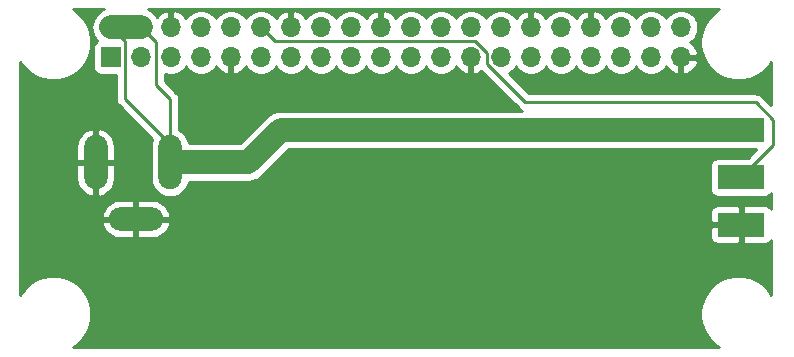
<source format=gtl>
G04 #@! TF.GenerationSoftware,KiCad,Pcbnew,(5.1.10)-1*
G04 #@! TF.CreationDate,2021-09-06T14:57:21-05:00*
G04 #@! TF.ProjectId,RGBHat,52474248-6174-42e6-9b69-6361645f7063,1.0*
G04 #@! TF.SameCoordinates,Original*
G04 #@! TF.FileFunction,Copper,L1,Top*
G04 #@! TF.FilePolarity,Positive*
%FSLAX46Y46*%
G04 Gerber Fmt 4.6, Leading zero omitted, Abs format (unit mm)*
G04 Created by KiCad (PCBNEW (5.1.10)-1) date 2021-09-06 14:57:21*
%MOMM*%
%LPD*%
G01*
G04 APERTURE LIST*
G04 #@! TA.AperFunction,ComponentPad*
%ADD10O,4.600000X2.000000*%
G04 #@! TD*
G04 #@! TA.AperFunction,ComponentPad*
%ADD11O,2.000000X4.600000*%
G04 #@! TD*
G04 #@! TA.AperFunction,SMDPad,CuDef*
%ADD12R,4.000000X2.000000*%
G04 #@! TD*
G04 #@! TA.AperFunction,ComponentPad*
%ADD13R,1.700000X1.700000*%
G04 #@! TD*
G04 #@! TA.AperFunction,ComponentPad*
%ADD14O,1.700000X1.700000*%
G04 #@! TD*
G04 #@! TA.AperFunction,Conductor*
%ADD15C,2.000000*%
G04 #@! TD*
G04 #@! TA.AperFunction,Conductor*
%ADD16C,0.250000*%
G04 #@! TD*
G04 #@! TA.AperFunction,Conductor*
%ADD17C,0.254000*%
G04 #@! TD*
G04 #@! TA.AperFunction,Conductor*
%ADD18C,0.100000*%
G04 #@! TD*
G04 APERTURE END LIST*
D10*
X128022000Y-109528000D03*
D11*
X124622000Y-104728000D03*
X130922000Y-104728000D03*
D12*
X179262000Y-105998000D03*
X179262000Y-109998000D03*
X179262000Y-101998000D03*
D13*
X125902000Y-95838000D03*
D14*
X125902000Y-93298000D03*
X128442000Y-95838000D03*
X128442000Y-93298000D03*
X130982000Y-95838000D03*
X130982000Y-93298000D03*
X133522000Y-95838000D03*
X133522000Y-93298000D03*
X136062000Y-95838000D03*
X136062000Y-93298000D03*
X138602000Y-95838000D03*
X138602000Y-93298000D03*
X141142000Y-95838000D03*
X141142000Y-93298000D03*
X143682000Y-95838000D03*
X143682000Y-93298000D03*
X146222000Y-95838000D03*
X146222000Y-93298000D03*
X148762000Y-95838000D03*
X148762000Y-93298000D03*
X151302000Y-95838000D03*
X151302000Y-93298000D03*
X153842000Y-95838000D03*
X153842000Y-93298000D03*
X156382000Y-95838000D03*
X156382000Y-93298000D03*
X158922000Y-95838000D03*
X158922000Y-93298000D03*
X161462000Y-95838000D03*
X161462000Y-93298000D03*
X164002000Y-95838000D03*
X164002000Y-93298000D03*
X166542000Y-95838000D03*
X166542000Y-93298000D03*
X169082000Y-95838000D03*
X169082000Y-93298000D03*
X171622000Y-95838000D03*
X171622000Y-93298000D03*
X174162000Y-95838000D03*
X174162000Y-93298000D03*
D15*
X179262000Y-101998000D02*
X140272000Y-101998000D01*
X140272000Y-101998000D02*
X137542000Y-104728000D01*
X125902000Y-93298000D02*
X128442000Y-93298000D01*
X130922000Y-104728000D02*
X137542000Y-104728000D01*
D16*
X128442000Y-93298000D02*
X129712000Y-94568000D01*
X129712000Y-94568000D02*
X129712000Y-98168000D01*
X130922000Y-99378000D02*
X130922000Y-104728000D01*
X129712000Y-98168000D02*
X130922000Y-99378000D01*
X130922000Y-103188000D02*
X130922000Y-104728000D01*
X127077001Y-99343001D02*
X130922000Y-103188000D01*
X127077001Y-94473001D02*
X127077001Y-99343001D01*
X125902000Y-93298000D02*
X127077001Y-94473001D01*
X157746999Y-96402001D02*
X160992998Y-99648000D01*
X156756003Y-94473001D02*
X157746999Y-95463997D01*
X157746999Y-95463997D02*
X157746999Y-96402001D01*
X139777001Y-94473001D02*
X156756003Y-94473001D01*
X138602000Y-93298000D02*
X139777001Y-94473001D01*
X180497002Y-99648000D02*
X181992000Y-101142998D01*
X160992998Y-99648000D02*
X180497002Y-99648000D01*
X181992000Y-103268000D02*
X179262000Y-105998000D01*
X181992000Y-101142998D02*
X181992000Y-103268000D01*
D17*
X125273285Y-91780148D02*
X124989248Y-91931969D01*
X124740286Y-92136286D01*
X124535969Y-92385248D01*
X124384148Y-92669285D01*
X124290657Y-92977484D01*
X124259089Y-93298000D01*
X124290657Y-93618516D01*
X124384148Y-93926715D01*
X124535969Y-94210752D01*
X124725958Y-94442255D01*
X124697506Y-94457463D01*
X124600815Y-94536815D01*
X124521463Y-94633506D01*
X124462498Y-94743820D01*
X124426188Y-94863518D01*
X124413928Y-94988000D01*
X124413928Y-96688000D01*
X124426188Y-96812482D01*
X124462498Y-96932180D01*
X124521463Y-97042494D01*
X124600815Y-97139185D01*
X124697506Y-97218537D01*
X124807820Y-97277502D01*
X124927518Y-97313812D01*
X125052000Y-97326072D01*
X126317002Y-97326072D01*
X126317002Y-99305669D01*
X126313325Y-99343001D01*
X126327999Y-99491986D01*
X126371455Y-99635247D01*
X126442027Y-99767277D01*
X126513202Y-99854003D01*
X126537001Y-99883002D01*
X126565999Y-99906800D01*
X129423075Y-102763877D01*
X129404149Y-102799285D01*
X129310658Y-103107484D01*
X129287001Y-103347678D01*
X129287001Y-104647673D01*
X129279089Y-104728000D01*
X129287000Y-104808327D01*
X129287000Y-106108321D01*
X129310657Y-106348515D01*
X129404148Y-106656714D01*
X129555969Y-106940751D01*
X129760286Y-107189714D01*
X130009248Y-107394031D01*
X130293285Y-107545852D01*
X130601484Y-107639343D01*
X130922000Y-107670911D01*
X131242515Y-107639343D01*
X131550714Y-107545852D01*
X131834751Y-107394031D01*
X132083714Y-107189714D01*
X132288031Y-106940752D01*
X132439852Y-106656715D01*
X132528949Y-106363000D01*
X137461681Y-106363000D01*
X137542000Y-106370911D01*
X137622319Y-106363000D01*
X137622322Y-106363000D01*
X137862516Y-106339343D01*
X138170715Y-106245852D01*
X138454752Y-106094031D01*
X138703714Y-105889714D01*
X138754925Y-105827313D01*
X140949239Y-103633000D01*
X177230808Y-103633000D01*
X177262000Y-103636072D01*
X180549126Y-103636072D01*
X179825271Y-104359928D01*
X177262000Y-104359928D01*
X177137518Y-104372188D01*
X177017820Y-104408498D01*
X176907506Y-104467463D01*
X176810815Y-104546815D01*
X176731463Y-104643506D01*
X176672498Y-104753820D01*
X176636188Y-104873518D01*
X176623928Y-104998000D01*
X176623928Y-106998000D01*
X176636188Y-107122482D01*
X176672498Y-107242180D01*
X176731463Y-107352494D01*
X176810815Y-107449185D01*
X176907506Y-107528537D01*
X177017820Y-107587502D01*
X177137518Y-107623812D01*
X177262000Y-107636072D01*
X181262000Y-107636072D01*
X181386482Y-107623812D01*
X181506180Y-107587502D01*
X181616494Y-107528537D01*
X181713185Y-107449185D01*
X181792537Y-107352494D01*
X181822001Y-107297372D01*
X181822001Y-108698628D01*
X181792537Y-108643506D01*
X181713185Y-108546815D01*
X181616494Y-108467463D01*
X181506180Y-108408498D01*
X181386482Y-108372188D01*
X181262000Y-108359928D01*
X179547750Y-108363000D01*
X179389000Y-108521750D01*
X179389000Y-109871000D01*
X179409000Y-109871000D01*
X179409000Y-110125000D01*
X179389000Y-110125000D01*
X179389000Y-111474250D01*
X179547750Y-111633000D01*
X181262000Y-111636072D01*
X181386482Y-111623812D01*
X181506180Y-111587502D01*
X181616494Y-111528537D01*
X181713185Y-111449185D01*
X181792537Y-111352494D01*
X181822001Y-111297372D01*
X181822001Y-115935085D01*
X181538575Y-115510907D01*
X181089093Y-115061425D01*
X180560558Y-114708270D01*
X179973281Y-114465012D01*
X179349832Y-114341000D01*
X178714168Y-114341000D01*
X178090719Y-114465012D01*
X177503442Y-114708270D01*
X176974907Y-115061425D01*
X176525425Y-115510907D01*
X176172270Y-116039442D01*
X175929012Y-116626719D01*
X175805000Y-117250168D01*
X175805000Y-117885832D01*
X175929012Y-118509281D01*
X176172270Y-119096558D01*
X176525425Y-119625093D01*
X176974907Y-120074575D01*
X177399083Y-120358000D01*
X122664917Y-120358000D01*
X123089093Y-120074575D01*
X123538575Y-119625093D01*
X123891730Y-119096558D01*
X124134988Y-118509281D01*
X124259000Y-117885832D01*
X124259000Y-117250168D01*
X124134988Y-116626719D01*
X123891730Y-116039442D01*
X123538575Y-115510907D01*
X123089093Y-115061425D01*
X122560558Y-114708270D01*
X121973281Y-114465012D01*
X121349832Y-114341000D01*
X120714168Y-114341000D01*
X120090719Y-114465012D01*
X119503442Y-114708270D01*
X118974907Y-115061425D01*
X118525425Y-115510907D01*
X118242000Y-115935083D01*
X118242000Y-109908434D01*
X125131876Y-109908434D01*
X125162856Y-110036355D01*
X125291990Y-110330761D01*
X125476078Y-110594317D01*
X125708046Y-110816895D01*
X125978980Y-110989942D01*
X126278468Y-111106807D01*
X126595000Y-111163000D01*
X127895000Y-111163000D01*
X127895000Y-109655000D01*
X128149000Y-109655000D01*
X128149000Y-111163000D01*
X129449000Y-111163000D01*
X129765532Y-111106807D01*
X130044369Y-110998000D01*
X176623928Y-110998000D01*
X176636188Y-111122482D01*
X176672498Y-111242180D01*
X176731463Y-111352494D01*
X176810815Y-111449185D01*
X176907506Y-111528537D01*
X177017820Y-111587502D01*
X177137518Y-111623812D01*
X177262000Y-111636072D01*
X178976250Y-111633000D01*
X179135000Y-111474250D01*
X179135000Y-110125000D01*
X176785750Y-110125000D01*
X176627000Y-110283750D01*
X176623928Y-110998000D01*
X130044369Y-110998000D01*
X130065020Y-110989942D01*
X130335954Y-110816895D01*
X130567922Y-110594317D01*
X130752010Y-110330761D01*
X130881144Y-110036355D01*
X130912124Y-109908434D01*
X130792777Y-109655000D01*
X128149000Y-109655000D01*
X127895000Y-109655000D01*
X125251223Y-109655000D01*
X125131876Y-109908434D01*
X118242000Y-109908434D01*
X118242000Y-109147566D01*
X125131876Y-109147566D01*
X125251223Y-109401000D01*
X127895000Y-109401000D01*
X127895000Y-107893000D01*
X128149000Y-107893000D01*
X128149000Y-109401000D01*
X130792777Y-109401000D01*
X130912124Y-109147566D01*
X130881144Y-109019645D01*
X130871650Y-108998000D01*
X176623928Y-108998000D01*
X176627000Y-109712250D01*
X176785750Y-109871000D01*
X179135000Y-109871000D01*
X179135000Y-108521750D01*
X178976250Y-108363000D01*
X177262000Y-108359928D01*
X177137518Y-108372188D01*
X177017820Y-108408498D01*
X176907506Y-108467463D01*
X176810815Y-108546815D01*
X176731463Y-108643506D01*
X176672498Y-108753820D01*
X176636188Y-108873518D01*
X176623928Y-108998000D01*
X130871650Y-108998000D01*
X130752010Y-108725239D01*
X130567922Y-108461683D01*
X130335954Y-108239105D01*
X130065020Y-108066058D01*
X129765532Y-107949193D01*
X129449000Y-107893000D01*
X128149000Y-107893000D01*
X127895000Y-107893000D01*
X126595000Y-107893000D01*
X126278468Y-107949193D01*
X125978980Y-108066058D01*
X125708046Y-108239105D01*
X125476078Y-108461683D01*
X125291990Y-108725239D01*
X125162856Y-109019645D01*
X125131876Y-109147566D01*
X118242000Y-109147566D01*
X118242000Y-104855000D01*
X122987000Y-104855000D01*
X122987000Y-106155000D01*
X123043193Y-106471532D01*
X123160058Y-106771020D01*
X123333105Y-107041954D01*
X123555683Y-107273922D01*
X123819239Y-107458010D01*
X124113645Y-107587144D01*
X124241566Y-107618124D01*
X124495000Y-107498777D01*
X124495000Y-104855000D01*
X124749000Y-104855000D01*
X124749000Y-107498777D01*
X125002434Y-107618124D01*
X125130355Y-107587144D01*
X125424761Y-107458010D01*
X125688317Y-107273922D01*
X125910895Y-107041954D01*
X126083942Y-106771020D01*
X126200807Y-106471532D01*
X126257000Y-106155000D01*
X126257000Y-104855000D01*
X124749000Y-104855000D01*
X124495000Y-104855000D01*
X122987000Y-104855000D01*
X118242000Y-104855000D01*
X118242000Y-103301000D01*
X122987000Y-103301000D01*
X122987000Y-104601000D01*
X124495000Y-104601000D01*
X124495000Y-101957223D01*
X124749000Y-101957223D01*
X124749000Y-104601000D01*
X126257000Y-104601000D01*
X126257000Y-103301000D01*
X126200807Y-102984468D01*
X126083942Y-102684980D01*
X125910895Y-102414046D01*
X125688317Y-102182078D01*
X125424761Y-101997990D01*
X125130355Y-101868856D01*
X125002434Y-101837876D01*
X124749000Y-101957223D01*
X124495000Y-101957223D01*
X124241566Y-101837876D01*
X124113645Y-101868856D01*
X123819239Y-101997990D01*
X123555683Y-102182078D01*
X123333105Y-102414046D01*
X123160058Y-102684980D01*
X123043193Y-102984468D01*
X122987000Y-103301000D01*
X118242000Y-103301000D01*
X118242000Y-96200917D01*
X118525425Y-96625093D01*
X118974907Y-97074575D01*
X119503442Y-97427730D01*
X120090719Y-97670988D01*
X120714168Y-97795000D01*
X121349832Y-97795000D01*
X121973281Y-97670988D01*
X122560558Y-97427730D01*
X123089093Y-97074575D01*
X123538575Y-96625093D01*
X123891730Y-96096558D01*
X124134988Y-95509281D01*
X124259000Y-94885832D01*
X124259000Y-94250168D01*
X124134988Y-93626719D01*
X123891730Y-93039442D01*
X123538575Y-92510907D01*
X123089093Y-92061425D01*
X122664917Y-91778000D01*
X125280366Y-91778000D01*
X125273285Y-91780148D01*
G04 #@! TA.AperFunction,Conductor*
D18*
G36*
X125273285Y-91780148D02*
G01*
X124989248Y-91931969D01*
X124740286Y-92136286D01*
X124535969Y-92385248D01*
X124384148Y-92669285D01*
X124290657Y-92977484D01*
X124259089Y-93298000D01*
X124290657Y-93618516D01*
X124384148Y-93926715D01*
X124535969Y-94210752D01*
X124725958Y-94442255D01*
X124697506Y-94457463D01*
X124600815Y-94536815D01*
X124521463Y-94633506D01*
X124462498Y-94743820D01*
X124426188Y-94863518D01*
X124413928Y-94988000D01*
X124413928Y-96688000D01*
X124426188Y-96812482D01*
X124462498Y-96932180D01*
X124521463Y-97042494D01*
X124600815Y-97139185D01*
X124697506Y-97218537D01*
X124807820Y-97277502D01*
X124927518Y-97313812D01*
X125052000Y-97326072D01*
X126317002Y-97326072D01*
X126317002Y-99305669D01*
X126313325Y-99343001D01*
X126327999Y-99491986D01*
X126371455Y-99635247D01*
X126442027Y-99767277D01*
X126513202Y-99854003D01*
X126537001Y-99883002D01*
X126565999Y-99906800D01*
X129423075Y-102763877D01*
X129404149Y-102799285D01*
X129310658Y-103107484D01*
X129287001Y-103347678D01*
X129287001Y-104647673D01*
X129279089Y-104728000D01*
X129287000Y-104808327D01*
X129287000Y-106108321D01*
X129310657Y-106348515D01*
X129404148Y-106656714D01*
X129555969Y-106940751D01*
X129760286Y-107189714D01*
X130009248Y-107394031D01*
X130293285Y-107545852D01*
X130601484Y-107639343D01*
X130922000Y-107670911D01*
X131242515Y-107639343D01*
X131550714Y-107545852D01*
X131834751Y-107394031D01*
X132083714Y-107189714D01*
X132288031Y-106940752D01*
X132439852Y-106656715D01*
X132528949Y-106363000D01*
X137461681Y-106363000D01*
X137542000Y-106370911D01*
X137622319Y-106363000D01*
X137622322Y-106363000D01*
X137862516Y-106339343D01*
X138170715Y-106245852D01*
X138454752Y-106094031D01*
X138703714Y-105889714D01*
X138754925Y-105827313D01*
X140949239Y-103633000D01*
X177230808Y-103633000D01*
X177262000Y-103636072D01*
X180549126Y-103636072D01*
X179825271Y-104359928D01*
X177262000Y-104359928D01*
X177137518Y-104372188D01*
X177017820Y-104408498D01*
X176907506Y-104467463D01*
X176810815Y-104546815D01*
X176731463Y-104643506D01*
X176672498Y-104753820D01*
X176636188Y-104873518D01*
X176623928Y-104998000D01*
X176623928Y-106998000D01*
X176636188Y-107122482D01*
X176672498Y-107242180D01*
X176731463Y-107352494D01*
X176810815Y-107449185D01*
X176907506Y-107528537D01*
X177017820Y-107587502D01*
X177137518Y-107623812D01*
X177262000Y-107636072D01*
X181262000Y-107636072D01*
X181386482Y-107623812D01*
X181506180Y-107587502D01*
X181616494Y-107528537D01*
X181713185Y-107449185D01*
X181792537Y-107352494D01*
X181822001Y-107297372D01*
X181822001Y-108698628D01*
X181792537Y-108643506D01*
X181713185Y-108546815D01*
X181616494Y-108467463D01*
X181506180Y-108408498D01*
X181386482Y-108372188D01*
X181262000Y-108359928D01*
X179547750Y-108363000D01*
X179389000Y-108521750D01*
X179389000Y-109871000D01*
X179409000Y-109871000D01*
X179409000Y-110125000D01*
X179389000Y-110125000D01*
X179389000Y-111474250D01*
X179547750Y-111633000D01*
X181262000Y-111636072D01*
X181386482Y-111623812D01*
X181506180Y-111587502D01*
X181616494Y-111528537D01*
X181713185Y-111449185D01*
X181792537Y-111352494D01*
X181822001Y-111297372D01*
X181822001Y-115935085D01*
X181538575Y-115510907D01*
X181089093Y-115061425D01*
X180560558Y-114708270D01*
X179973281Y-114465012D01*
X179349832Y-114341000D01*
X178714168Y-114341000D01*
X178090719Y-114465012D01*
X177503442Y-114708270D01*
X176974907Y-115061425D01*
X176525425Y-115510907D01*
X176172270Y-116039442D01*
X175929012Y-116626719D01*
X175805000Y-117250168D01*
X175805000Y-117885832D01*
X175929012Y-118509281D01*
X176172270Y-119096558D01*
X176525425Y-119625093D01*
X176974907Y-120074575D01*
X177399083Y-120358000D01*
X122664917Y-120358000D01*
X123089093Y-120074575D01*
X123538575Y-119625093D01*
X123891730Y-119096558D01*
X124134988Y-118509281D01*
X124259000Y-117885832D01*
X124259000Y-117250168D01*
X124134988Y-116626719D01*
X123891730Y-116039442D01*
X123538575Y-115510907D01*
X123089093Y-115061425D01*
X122560558Y-114708270D01*
X121973281Y-114465012D01*
X121349832Y-114341000D01*
X120714168Y-114341000D01*
X120090719Y-114465012D01*
X119503442Y-114708270D01*
X118974907Y-115061425D01*
X118525425Y-115510907D01*
X118242000Y-115935083D01*
X118242000Y-109908434D01*
X125131876Y-109908434D01*
X125162856Y-110036355D01*
X125291990Y-110330761D01*
X125476078Y-110594317D01*
X125708046Y-110816895D01*
X125978980Y-110989942D01*
X126278468Y-111106807D01*
X126595000Y-111163000D01*
X127895000Y-111163000D01*
X127895000Y-109655000D01*
X128149000Y-109655000D01*
X128149000Y-111163000D01*
X129449000Y-111163000D01*
X129765532Y-111106807D01*
X130044369Y-110998000D01*
X176623928Y-110998000D01*
X176636188Y-111122482D01*
X176672498Y-111242180D01*
X176731463Y-111352494D01*
X176810815Y-111449185D01*
X176907506Y-111528537D01*
X177017820Y-111587502D01*
X177137518Y-111623812D01*
X177262000Y-111636072D01*
X178976250Y-111633000D01*
X179135000Y-111474250D01*
X179135000Y-110125000D01*
X176785750Y-110125000D01*
X176627000Y-110283750D01*
X176623928Y-110998000D01*
X130044369Y-110998000D01*
X130065020Y-110989942D01*
X130335954Y-110816895D01*
X130567922Y-110594317D01*
X130752010Y-110330761D01*
X130881144Y-110036355D01*
X130912124Y-109908434D01*
X130792777Y-109655000D01*
X128149000Y-109655000D01*
X127895000Y-109655000D01*
X125251223Y-109655000D01*
X125131876Y-109908434D01*
X118242000Y-109908434D01*
X118242000Y-109147566D01*
X125131876Y-109147566D01*
X125251223Y-109401000D01*
X127895000Y-109401000D01*
X127895000Y-107893000D01*
X128149000Y-107893000D01*
X128149000Y-109401000D01*
X130792777Y-109401000D01*
X130912124Y-109147566D01*
X130881144Y-109019645D01*
X130871650Y-108998000D01*
X176623928Y-108998000D01*
X176627000Y-109712250D01*
X176785750Y-109871000D01*
X179135000Y-109871000D01*
X179135000Y-108521750D01*
X178976250Y-108363000D01*
X177262000Y-108359928D01*
X177137518Y-108372188D01*
X177017820Y-108408498D01*
X176907506Y-108467463D01*
X176810815Y-108546815D01*
X176731463Y-108643506D01*
X176672498Y-108753820D01*
X176636188Y-108873518D01*
X176623928Y-108998000D01*
X130871650Y-108998000D01*
X130752010Y-108725239D01*
X130567922Y-108461683D01*
X130335954Y-108239105D01*
X130065020Y-108066058D01*
X129765532Y-107949193D01*
X129449000Y-107893000D01*
X128149000Y-107893000D01*
X127895000Y-107893000D01*
X126595000Y-107893000D01*
X126278468Y-107949193D01*
X125978980Y-108066058D01*
X125708046Y-108239105D01*
X125476078Y-108461683D01*
X125291990Y-108725239D01*
X125162856Y-109019645D01*
X125131876Y-109147566D01*
X118242000Y-109147566D01*
X118242000Y-104855000D01*
X122987000Y-104855000D01*
X122987000Y-106155000D01*
X123043193Y-106471532D01*
X123160058Y-106771020D01*
X123333105Y-107041954D01*
X123555683Y-107273922D01*
X123819239Y-107458010D01*
X124113645Y-107587144D01*
X124241566Y-107618124D01*
X124495000Y-107498777D01*
X124495000Y-104855000D01*
X124749000Y-104855000D01*
X124749000Y-107498777D01*
X125002434Y-107618124D01*
X125130355Y-107587144D01*
X125424761Y-107458010D01*
X125688317Y-107273922D01*
X125910895Y-107041954D01*
X126083942Y-106771020D01*
X126200807Y-106471532D01*
X126257000Y-106155000D01*
X126257000Y-104855000D01*
X124749000Y-104855000D01*
X124495000Y-104855000D01*
X122987000Y-104855000D01*
X118242000Y-104855000D01*
X118242000Y-103301000D01*
X122987000Y-103301000D01*
X122987000Y-104601000D01*
X124495000Y-104601000D01*
X124495000Y-101957223D01*
X124749000Y-101957223D01*
X124749000Y-104601000D01*
X126257000Y-104601000D01*
X126257000Y-103301000D01*
X126200807Y-102984468D01*
X126083942Y-102684980D01*
X125910895Y-102414046D01*
X125688317Y-102182078D01*
X125424761Y-101997990D01*
X125130355Y-101868856D01*
X125002434Y-101837876D01*
X124749000Y-101957223D01*
X124495000Y-101957223D01*
X124241566Y-101837876D01*
X124113645Y-101868856D01*
X123819239Y-101997990D01*
X123555683Y-102182078D01*
X123333105Y-102414046D01*
X123160058Y-102684980D01*
X123043193Y-102984468D01*
X122987000Y-103301000D01*
X118242000Y-103301000D01*
X118242000Y-96200917D01*
X118525425Y-96625093D01*
X118974907Y-97074575D01*
X119503442Y-97427730D01*
X120090719Y-97670988D01*
X120714168Y-97795000D01*
X121349832Y-97795000D01*
X121973281Y-97670988D01*
X122560558Y-97427730D01*
X123089093Y-97074575D01*
X123538575Y-96625093D01*
X123891730Y-96096558D01*
X124134988Y-95509281D01*
X124259000Y-94885832D01*
X124259000Y-94250168D01*
X124134988Y-93626719D01*
X123891730Y-93039442D01*
X123538575Y-92510907D01*
X123089093Y-92061425D01*
X122664917Y-91778000D01*
X125280366Y-91778000D01*
X125273285Y-91780148D01*
G37*
G04 #@! TD.AperFunction*
D17*
X136189000Y-95711000D02*
X136209000Y-95711000D01*
X136209000Y-95965000D01*
X136189000Y-95965000D01*
X136189000Y-97158155D01*
X136418890Y-97279476D01*
X136566099Y-97234825D01*
X136828920Y-97109641D01*
X137062269Y-96935588D01*
X137257178Y-96719355D01*
X137326805Y-96602466D01*
X137448525Y-96784632D01*
X137655368Y-96991475D01*
X137898589Y-97153990D01*
X138168842Y-97265932D01*
X138455740Y-97323000D01*
X138748260Y-97323000D01*
X139035158Y-97265932D01*
X139305411Y-97153990D01*
X139548632Y-96991475D01*
X139755475Y-96784632D01*
X139872000Y-96610240D01*
X139988525Y-96784632D01*
X140195368Y-96991475D01*
X140438589Y-97153990D01*
X140708842Y-97265932D01*
X140995740Y-97323000D01*
X141288260Y-97323000D01*
X141575158Y-97265932D01*
X141845411Y-97153990D01*
X142088632Y-96991475D01*
X142295475Y-96784632D01*
X142412000Y-96610240D01*
X142528525Y-96784632D01*
X142735368Y-96991475D01*
X142978589Y-97153990D01*
X143248842Y-97265932D01*
X143535740Y-97323000D01*
X143828260Y-97323000D01*
X144115158Y-97265932D01*
X144385411Y-97153990D01*
X144628632Y-96991475D01*
X144835475Y-96784632D01*
X144952000Y-96610240D01*
X145068525Y-96784632D01*
X145275368Y-96991475D01*
X145518589Y-97153990D01*
X145788842Y-97265932D01*
X146075740Y-97323000D01*
X146368260Y-97323000D01*
X146655158Y-97265932D01*
X146925411Y-97153990D01*
X147168632Y-96991475D01*
X147375475Y-96784632D01*
X147492000Y-96610240D01*
X147608525Y-96784632D01*
X147815368Y-96991475D01*
X148058589Y-97153990D01*
X148328842Y-97265932D01*
X148615740Y-97323000D01*
X148908260Y-97323000D01*
X149195158Y-97265932D01*
X149465411Y-97153990D01*
X149708632Y-96991475D01*
X149915475Y-96784632D01*
X150032000Y-96610240D01*
X150148525Y-96784632D01*
X150355368Y-96991475D01*
X150598589Y-97153990D01*
X150868842Y-97265932D01*
X151155740Y-97323000D01*
X151448260Y-97323000D01*
X151735158Y-97265932D01*
X152005411Y-97153990D01*
X152248632Y-96991475D01*
X152455475Y-96784632D01*
X152572000Y-96610240D01*
X152688525Y-96784632D01*
X152895368Y-96991475D01*
X153138589Y-97153990D01*
X153408842Y-97265932D01*
X153695740Y-97323000D01*
X153988260Y-97323000D01*
X154275158Y-97265932D01*
X154545411Y-97153990D01*
X154788632Y-96991475D01*
X154995475Y-96784632D01*
X155117195Y-96602466D01*
X155186822Y-96719355D01*
X155381731Y-96935588D01*
X155615080Y-97109641D01*
X155877901Y-97234825D01*
X156025110Y-97279476D01*
X156255000Y-97158155D01*
X156255000Y-95965000D01*
X156235000Y-95965000D01*
X156235000Y-95711000D01*
X156255000Y-95711000D01*
X156255000Y-95691000D01*
X156509000Y-95691000D01*
X156509000Y-95711000D01*
X156529000Y-95711000D01*
X156529000Y-95965000D01*
X156509000Y-95965000D01*
X156509000Y-97158155D01*
X156738890Y-97279476D01*
X156886099Y-97234825D01*
X157148920Y-97109641D01*
X157281184Y-97010987D01*
X160429198Y-100159002D01*
X160452997Y-100188001D01*
X160568722Y-100282974D01*
X160700751Y-100353546D01*
X160731917Y-100363000D01*
X140352319Y-100363000D01*
X140271999Y-100355089D01*
X140191680Y-100363000D01*
X140191678Y-100363000D01*
X139951484Y-100386657D01*
X139643285Y-100480148D01*
X139359248Y-100631969D01*
X139110286Y-100836286D01*
X139059080Y-100898681D01*
X136864762Y-103093000D01*
X132528949Y-103093000D01*
X132439852Y-102799285D01*
X132288031Y-102515248D01*
X132083714Y-102266286D01*
X131834752Y-102061969D01*
X131682000Y-101980321D01*
X131682000Y-99415322D01*
X131685676Y-99377999D01*
X131682000Y-99340676D01*
X131682000Y-99340667D01*
X131671003Y-99229014D01*
X131627546Y-99085753D01*
X131556974Y-98953724D01*
X131503036Y-98888000D01*
X131485799Y-98866996D01*
X131485795Y-98866992D01*
X131462001Y-98837999D01*
X131433009Y-98814206D01*
X130472000Y-97853199D01*
X130472000Y-97234103D01*
X130548842Y-97265932D01*
X130835740Y-97323000D01*
X131128260Y-97323000D01*
X131415158Y-97265932D01*
X131685411Y-97153990D01*
X131928632Y-96991475D01*
X132135475Y-96784632D01*
X132252000Y-96610240D01*
X132368525Y-96784632D01*
X132575368Y-96991475D01*
X132818589Y-97153990D01*
X133088842Y-97265932D01*
X133375740Y-97323000D01*
X133668260Y-97323000D01*
X133955158Y-97265932D01*
X134225411Y-97153990D01*
X134468632Y-96991475D01*
X134675475Y-96784632D01*
X134797195Y-96602466D01*
X134866822Y-96719355D01*
X135061731Y-96935588D01*
X135295080Y-97109641D01*
X135557901Y-97234825D01*
X135705110Y-97279476D01*
X135935000Y-97158155D01*
X135935000Y-95965000D01*
X135915000Y-95965000D01*
X135915000Y-95711000D01*
X135935000Y-95711000D01*
X135935000Y-95691000D01*
X136189000Y-95691000D01*
X136189000Y-95711000D01*
G04 #@! TA.AperFunction,Conductor*
D18*
G36*
X136189000Y-95711000D02*
G01*
X136209000Y-95711000D01*
X136209000Y-95965000D01*
X136189000Y-95965000D01*
X136189000Y-97158155D01*
X136418890Y-97279476D01*
X136566099Y-97234825D01*
X136828920Y-97109641D01*
X137062269Y-96935588D01*
X137257178Y-96719355D01*
X137326805Y-96602466D01*
X137448525Y-96784632D01*
X137655368Y-96991475D01*
X137898589Y-97153990D01*
X138168842Y-97265932D01*
X138455740Y-97323000D01*
X138748260Y-97323000D01*
X139035158Y-97265932D01*
X139305411Y-97153990D01*
X139548632Y-96991475D01*
X139755475Y-96784632D01*
X139872000Y-96610240D01*
X139988525Y-96784632D01*
X140195368Y-96991475D01*
X140438589Y-97153990D01*
X140708842Y-97265932D01*
X140995740Y-97323000D01*
X141288260Y-97323000D01*
X141575158Y-97265932D01*
X141845411Y-97153990D01*
X142088632Y-96991475D01*
X142295475Y-96784632D01*
X142412000Y-96610240D01*
X142528525Y-96784632D01*
X142735368Y-96991475D01*
X142978589Y-97153990D01*
X143248842Y-97265932D01*
X143535740Y-97323000D01*
X143828260Y-97323000D01*
X144115158Y-97265932D01*
X144385411Y-97153990D01*
X144628632Y-96991475D01*
X144835475Y-96784632D01*
X144952000Y-96610240D01*
X145068525Y-96784632D01*
X145275368Y-96991475D01*
X145518589Y-97153990D01*
X145788842Y-97265932D01*
X146075740Y-97323000D01*
X146368260Y-97323000D01*
X146655158Y-97265932D01*
X146925411Y-97153990D01*
X147168632Y-96991475D01*
X147375475Y-96784632D01*
X147492000Y-96610240D01*
X147608525Y-96784632D01*
X147815368Y-96991475D01*
X148058589Y-97153990D01*
X148328842Y-97265932D01*
X148615740Y-97323000D01*
X148908260Y-97323000D01*
X149195158Y-97265932D01*
X149465411Y-97153990D01*
X149708632Y-96991475D01*
X149915475Y-96784632D01*
X150032000Y-96610240D01*
X150148525Y-96784632D01*
X150355368Y-96991475D01*
X150598589Y-97153990D01*
X150868842Y-97265932D01*
X151155740Y-97323000D01*
X151448260Y-97323000D01*
X151735158Y-97265932D01*
X152005411Y-97153990D01*
X152248632Y-96991475D01*
X152455475Y-96784632D01*
X152572000Y-96610240D01*
X152688525Y-96784632D01*
X152895368Y-96991475D01*
X153138589Y-97153990D01*
X153408842Y-97265932D01*
X153695740Y-97323000D01*
X153988260Y-97323000D01*
X154275158Y-97265932D01*
X154545411Y-97153990D01*
X154788632Y-96991475D01*
X154995475Y-96784632D01*
X155117195Y-96602466D01*
X155186822Y-96719355D01*
X155381731Y-96935588D01*
X155615080Y-97109641D01*
X155877901Y-97234825D01*
X156025110Y-97279476D01*
X156255000Y-97158155D01*
X156255000Y-95965000D01*
X156235000Y-95965000D01*
X156235000Y-95711000D01*
X156255000Y-95711000D01*
X156255000Y-95691000D01*
X156509000Y-95691000D01*
X156509000Y-95711000D01*
X156529000Y-95711000D01*
X156529000Y-95965000D01*
X156509000Y-95965000D01*
X156509000Y-97158155D01*
X156738890Y-97279476D01*
X156886099Y-97234825D01*
X157148920Y-97109641D01*
X157281184Y-97010987D01*
X160429198Y-100159002D01*
X160452997Y-100188001D01*
X160568722Y-100282974D01*
X160700751Y-100353546D01*
X160731917Y-100363000D01*
X140352319Y-100363000D01*
X140271999Y-100355089D01*
X140191680Y-100363000D01*
X140191678Y-100363000D01*
X139951484Y-100386657D01*
X139643285Y-100480148D01*
X139359248Y-100631969D01*
X139110286Y-100836286D01*
X139059080Y-100898681D01*
X136864762Y-103093000D01*
X132528949Y-103093000D01*
X132439852Y-102799285D01*
X132288031Y-102515248D01*
X132083714Y-102266286D01*
X131834752Y-102061969D01*
X131682000Y-101980321D01*
X131682000Y-99415322D01*
X131685676Y-99377999D01*
X131682000Y-99340676D01*
X131682000Y-99340667D01*
X131671003Y-99229014D01*
X131627546Y-99085753D01*
X131556974Y-98953724D01*
X131503036Y-98888000D01*
X131485799Y-98866996D01*
X131485795Y-98866992D01*
X131462001Y-98837999D01*
X131433009Y-98814206D01*
X130472000Y-97853199D01*
X130472000Y-97234103D01*
X130548842Y-97265932D01*
X130835740Y-97323000D01*
X131128260Y-97323000D01*
X131415158Y-97265932D01*
X131685411Y-97153990D01*
X131928632Y-96991475D01*
X132135475Y-96784632D01*
X132252000Y-96610240D01*
X132368525Y-96784632D01*
X132575368Y-96991475D01*
X132818589Y-97153990D01*
X133088842Y-97265932D01*
X133375740Y-97323000D01*
X133668260Y-97323000D01*
X133955158Y-97265932D01*
X134225411Y-97153990D01*
X134468632Y-96991475D01*
X134675475Y-96784632D01*
X134797195Y-96602466D01*
X134866822Y-96719355D01*
X135061731Y-96935588D01*
X135295080Y-97109641D01*
X135557901Y-97234825D01*
X135705110Y-97279476D01*
X135935000Y-97158155D01*
X135935000Y-95965000D01*
X135915000Y-95965000D01*
X135915000Y-95711000D01*
X135935000Y-95711000D01*
X135935000Y-95691000D01*
X136189000Y-95691000D01*
X136189000Y-95711000D01*
G37*
G04 #@! TD.AperFunction*
D17*
X176974907Y-92061425D02*
X176525425Y-92510907D01*
X176172270Y-93039442D01*
X175929012Y-93626719D01*
X175805000Y-94250168D01*
X175805000Y-94885832D01*
X175929012Y-95509281D01*
X176172270Y-96096558D01*
X176525425Y-96625093D01*
X176974907Y-97074575D01*
X177503442Y-97427730D01*
X178090719Y-97670988D01*
X178714168Y-97795000D01*
X179349832Y-97795000D01*
X179973281Y-97670988D01*
X180560558Y-97427730D01*
X181089093Y-97074575D01*
X181538575Y-96625093D01*
X181822000Y-96200916D01*
X181822000Y-99898196D01*
X181060805Y-99137002D01*
X181037003Y-99107999D01*
X180921278Y-99013026D01*
X180789249Y-98942454D01*
X180645988Y-98898997D01*
X180534335Y-98888000D01*
X180534324Y-98888000D01*
X180497002Y-98884324D01*
X180459680Y-98888000D01*
X161307800Y-98888000D01*
X159588909Y-97169110D01*
X159625411Y-97153990D01*
X159868632Y-96991475D01*
X160075475Y-96784632D01*
X160192000Y-96610240D01*
X160308525Y-96784632D01*
X160515368Y-96991475D01*
X160758589Y-97153990D01*
X161028842Y-97265932D01*
X161315740Y-97323000D01*
X161608260Y-97323000D01*
X161895158Y-97265932D01*
X162165411Y-97153990D01*
X162408632Y-96991475D01*
X162615475Y-96784632D01*
X162732000Y-96610240D01*
X162848525Y-96784632D01*
X163055368Y-96991475D01*
X163298589Y-97153990D01*
X163568842Y-97265932D01*
X163855740Y-97323000D01*
X164148260Y-97323000D01*
X164435158Y-97265932D01*
X164705411Y-97153990D01*
X164948632Y-96991475D01*
X165155475Y-96784632D01*
X165272000Y-96610240D01*
X165388525Y-96784632D01*
X165595368Y-96991475D01*
X165838589Y-97153990D01*
X166108842Y-97265932D01*
X166395740Y-97323000D01*
X166688260Y-97323000D01*
X166975158Y-97265932D01*
X167245411Y-97153990D01*
X167488632Y-96991475D01*
X167695475Y-96784632D01*
X167812000Y-96610240D01*
X167928525Y-96784632D01*
X168135368Y-96991475D01*
X168378589Y-97153990D01*
X168648842Y-97265932D01*
X168935740Y-97323000D01*
X169228260Y-97323000D01*
X169515158Y-97265932D01*
X169785411Y-97153990D01*
X170028632Y-96991475D01*
X170235475Y-96784632D01*
X170352000Y-96610240D01*
X170468525Y-96784632D01*
X170675368Y-96991475D01*
X170918589Y-97153990D01*
X171188842Y-97265932D01*
X171475740Y-97323000D01*
X171768260Y-97323000D01*
X172055158Y-97265932D01*
X172325411Y-97153990D01*
X172568632Y-96991475D01*
X172775475Y-96784632D01*
X172897195Y-96602466D01*
X172966822Y-96719355D01*
X173161731Y-96935588D01*
X173395080Y-97109641D01*
X173657901Y-97234825D01*
X173805110Y-97279476D01*
X174035000Y-97158155D01*
X174035000Y-95965000D01*
X174289000Y-95965000D01*
X174289000Y-97158155D01*
X174518890Y-97279476D01*
X174666099Y-97234825D01*
X174928920Y-97109641D01*
X175162269Y-96935588D01*
X175357178Y-96719355D01*
X175506157Y-96469252D01*
X175603481Y-96194891D01*
X175482814Y-95965000D01*
X174289000Y-95965000D01*
X174035000Y-95965000D01*
X174015000Y-95965000D01*
X174015000Y-95711000D01*
X174035000Y-95711000D01*
X174035000Y-95691000D01*
X174289000Y-95691000D01*
X174289000Y-95711000D01*
X175482814Y-95711000D01*
X175603481Y-95481109D01*
X175506157Y-95206748D01*
X175357178Y-94956645D01*
X175162269Y-94740412D01*
X174932594Y-94569100D01*
X175108632Y-94451475D01*
X175315475Y-94244632D01*
X175477990Y-94001411D01*
X175589932Y-93731158D01*
X175647000Y-93444260D01*
X175647000Y-93151740D01*
X175589932Y-92864842D01*
X175477990Y-92594589D01*
X175315475Y-92351368D01*
X175108632Y-92144525D01*
X174865411Y-91982010D01*
X174595158Y-91870068D01*
X174308260Y-91813000D01*
X174015740Y-91813000D01*
X173728842Y-91870068D01*
X173458589Y-91982010D01*
X173215368Y-92144525D01*
X173008525Y-92351368D01*
X172892000Y-92525760D01*
X172775475Y-92351368D01*
X172568632Y-92144525D01*
X172325411Y-91982010D01*
X172055158Y-91870068D01*
X171768260Y-91813000D01*
X171475740Y-91813000D01*
X171188842Y-91870068D01*
X170918589Y-91982010D01*
X170675368Y-92144525D01*
X170468525Y-92351368D01*
X170352000Y-92525760D01*
X170235475Y-92351368D01*
X170028632Y-92144525D01*
X169785411Y-91982010D01*
X169515158Y-91870068D01*
X169228260Y-91813000D01*
X168935740Y-91813000D01*
X168648842Y-91870068D01*
X168378589Y-91982010D01*
X168135368Y-92144525D01*
X167928525Y-92351368D01*
X167806805Y-92533534D01*
X167737178Y-92416645D01*
X167542269Y-92200412D01*
X167308920Y-92026359D01*
X167046099Y-91901175D01*
X166898890Y-91856524D01*
X166669000Y-91977845D01*
X166669000Y-93171000D01*
X166689000Y-93171000D01*
X166689000Y-93425000D01*
X166669000Y-93425000D01*
X166669000Y-93445000D01*
X166415000Y-93445000D01*
X166415000Y-93425000D01*
X166395000Y-93425000D01*
X166395000Y-93171000D01*
X166415000Y-93171000D01*
X166415000Y-91977845D01*
X166185110Y-91856524D01*
X166037901Y-91901175D01*
X165775080Y-92026359D01*
X165541731Y-92200412D01*
X165346822Y-92416645D01*
X165277195Y-92533534D01*
X165155475Y-92351368D01*
X164948632Y-92144525D01*
X164705411Y-91982010D01*
X164435158Y-91870068D01*
X164148260Y-91813000D01*
X163855740Y-91813000D01*
X163568842Y-91870068D01*
X163298589Y-91982010D01*
X163055368Y-92144525D01*
X162848525Y-92351368D01*
X162726805Y-92533534D01*
X162657178Y-92416645D01*
X162462269Y-92200412D01*
X162228920Y-92026359D01*
X161966099Y-91901175D01*
X161818890Y-91856524D01*
X161589000Y-91977845D01*
X161589000Y-93171000D01*
X161609000Y-93171000D01*
X161609000Y-93425000D01*
X161589000Y-93425000D01*
X161589000Y-93445000D01*
X161335000Y-93445000D01*
X161335000Y-93425000D01*
X161315000Y-93425000D01*
X161315000Y-93171000D01*
X161335000Y-93171000D01*
X161335000Y-91977845D01*
X161105110Y-91856524D01*
X160957901Y-91901175D01*
X160695080Y-92026359D01*
X160461731Y-92200412D01*
X160266822Y-92416645D01*
X160197195Y-92533534D01*
X160075475Y-92351368D01*
X159868632Y-92144525D01*
X159625411Y-91982010D01*
X159355158Y-91870068D01*
X159068260Y-91813000D01*
X158775740Y-91813000D01*
X158488842Y-91870068D01*
X158218589Y-91982010D01*
X157975368Y-92144525D01*
X157768525Y-92351368D01*
X157652000Y-92525760D01*
X157535475Y-92351368D01*
X157328632Y-92144525D01*
X157085411Y-91982010D01*
X156815158Y-91870068D01*
X156528260Y-91813000D01*
X156235740Y-91813000D01*
X155948842Y-91870068D01*
X155678589Y-91982010D01*
X155435368Y-92144525D01*
X155228525Y-92351368D01*
X155112000Y-92525760D01*
X154995475Y-92351368D01*
X154788632Y-92144525D01*
X154545411Y-91982010D01*
X154275158Y-91870068D01*
X153988260Y-91813000D01*
X153695740Y-91813000D01*
X153408842Y-91870068D01*
X153138589Y-91982010D01*
X152895368Y-92144525D01*
X152688525Y-92351368D01*
X152572000Y-92525760D01*
X152455475Y-92351368D01*
X152248632Y-92144525D01*
X152005411Y-91982010D01*
X151735158Y-91870068D01*
X151448260Y-91813000D01*
X151155740Y-91813000D01*
X150868842Y-91870068D01*
X150598589Y-91982010D01*
X150355368Y-92144525D01*
X150148525Y-92351368D01*
X150026805Y-92533534D01*
X149957178Y-92416645D01*
X149762269Y-92200412D01*
X149528920Y-92026359D01*
X149266099Y-91901175D01*
X149118890Y-91856524D01*
X148889000Y-91977845D01*
X148889000Y-93171000D01*
X148909000Y-93171000D01*
X148909000Y-93425000D01*
X148889000Y-93425000D01*
X148889000Y-93445000D01*
X148635000Y-93445000D01*
X148635000Y-93425000D01*
X148615000Y-93425000D01*
X148615000Y-93171000D01*
X148635000Y-93171000D01*
X148635000Y-91977845D01*
X148405110Y-91856524D01*
X148257901Y-91901175D01*
X147995080Y-92026359D01*
X147761731Y-92200412D01*
X147566822Y-92416645D01*
X147497195Y-92533534D01*
X147375475Y-92351368D01*
X147168632Y-92144525D01*
X146925411Y-91982010D01*
X146655158Y-91870068D01*
X146368260Y-91813000D01*
X146075740Y-91813000D01*
X145788842Y-91870068D01*
X145518589Y-91982010D01*
X145275368Y-92144525D01*
X145068525Y-92351368D01*
X144952000Y-92525760D01*
X144835475Y-92351368D01*
X144628632Y-92144525D01*
X144385411Y-91982010D01*
X144115158Y-91870068D01*
X143828260Y-91813000D01*
X143535740Y-91813000D01*
X143248842Y-91870068D01*
X142978589Y-91982010D01*
X142735368Y-92144525D01*
X142528525Y-92351368D01*
X142406805Y-92533534D01*
X142337178Y-92416645D01*
X142142269Y-92200412D01*
X141908920Y-92026359D01*
X141646099Y-91901175D01*
X141498890Y-91856524D01*
X141269000Y-91977845D01*
X141269000Y-93171000D01*
X141289000Y-93171000D01*
X141289000Y-93425000D01*
X141269000Y-93425000D01*
X141269000Y-93445000D01*
X141015000Y-93445000D01*
X141015000Y-93425000D01*
X140995000Y-93425000D01*
X140995000Y-93171000D01*
X141015000Y-93171000D01*
X141015000Y-91977845D01*
X140785110Y-91856524D01*
X140637901Y-91901175D01*
X140375080Y-92026359D01*
X140141731Y-92200412D01*
X139946822Y-92416645D01*
X139877195Y-92533534D01*
X139755475Y-92351368D01*
X139548632Y-92144525D01*
X139305411Y-91982010D01*
X139035158Y-91870068D01*
X138748260Y-91813000D01*
X138455740Y-91813000D01*
X138168842Y-91870068D01*
X137898589Y-91982010D01*
X137655368Y-92144525D01*
X137448525Y-92351368D01*
X137332000Y-92525760D01*
X137215475Y-92351368D01*
X137008632Y-92144525D01*
X136765411Y-91982010D01*
X136495158Y-91870068D01*
X136208260Y-91813000D01*
X135915740Y-91813000D01*
X135628842Y-91870068D01*
X135358589Y-91982010D01*
X135115368Y-92144525D01*
X134908525Y-92351368D01*
X134792000Y-92525760D01*
X134675475Y-92351368D01*
X134468632Y-92144525D01*
X134225411Y-91982010D01*
X133955158Y-91870068D01*
X133668260Y-91813000D01*
X133375740Y-91813000D01*
X133088842Y-91870068D01*
X132818589Y-91982010D01*
X132575368Y-92144525D01*
X132368525Y-92351368D01*
X132246805Y-92533534D01*
X132177178Y-92416645D01*
X131982269Y-92200412D01*
X131748920Y-92026359D01*
X131486099Y-91901175D01*
X131338890Y-91856524D01*
X131109000Y-91977845D01*
X131109000Y-93171000D01*
X131129000Y-93171000D01*
X131129000Y-93425000D01*
X131109000Y-93425000D01*
X131109000Y-93445000D01*
X130855000Y-93445000D01*
X130855000Y-93425000D01*
X130835000Y-93425000D01*
X130835000Y-93171000D01*
X130855000Y-93171000D01*
X130855000Y-91977845D01*
X130625110Y-91856524D01*
X130477901Y-91901175D01*
X130215080Y-92026359D01*
X129981731Y-92200412D01*
X129810671Y-92390187D01*
X129808031Y-92385248D01*
X129603714Y-92136286D01*
X129354752Y-91931969D01*
X129070715Y-91780148D01*
X129063634Y-91778000D01*
X177399083Y-91778000D01*
X176974907Y-92061425D01*
G04 #@! TA.AperFunction,Conductor*
D18*
G36*
X176974907Y-92061425D02*
G01*
X176525425Y-92510907D01*
X176172270Y-93039442D01*
X175929012Y-93626719D01*
X175805000Y-94250168D01*
X175805000Y-94885832D01*
X175929012Y-95509281D01*
X176172270Y-96096558D01*
X176525425Y-96625093D01*
X176974907Y-97074575D01*
X177503442Y-97427730D01*
X178090719Y-97670988D01*
X178714168Y-97795000D01*
X179349832Y-97795000D01*
X179973281Y-97670988D01*
X180560558Y-97427730D01*
X181089093Y-97074575D01*
X181538575Y-96625093D01*
X181822000Y-96200916D01*
X181822000Y-99898196D01*
X181060805Y-99137002D01*
X181037003Y-99107999D01*
X180921278Y-99013026D01*
X180789249Y-98942454D01*
X180645988Y-98898997D01*
X180534335Y-98888000D01*
X180534324Y-98888000D01*
X180497002Y-98884324D01*
X180459680Y-98888000D01*
X161307800Y-98888000D01*
X159588909Y-97169110D01*
X159625411Y-97153990D01*
X159868632Y-96991475D01*
X160075475Y-96784632D01*
X160192000Y-96610240D01*
X160308525Y-96784632D01*
X160515368Y-96991475D01*
X160758589Y-97153990D01*
X161028842Y-97265932D01*
X161315740Y-97323000D01*
X161608260Y-97323000D01*
X161895158Y-97265932D01*
X162165411Y-97153990D01*
X162408632Y-96991475D01*
X162615475Y-96784632D01*
X162732000Y-96610240D01*
X162848525Y-96784632D01*
X163055368Y-96991475D01*
X163298589Y-97153990D01*
X163568842Y-97265932D01*
X163855740Y-97323000D01*
X164148260Y-97323000D01*
X164435158Y-97265932D01*
X164705411Y-97153990D01*
X164948632Y-96991475D01*
X165155475Y-96784632D01*
X165272000Y-96610240D01*
X165388525Y-96784632D01*
X165595368Y-96991475D01*
X165838589Y-97153990D01*
X166108842Y-97265932D01*
X166395740Y-97323000D01*
X166688260Y-97323000D01*
X166975158Y-97265932D01*
X167245411Y-97153990D01*
X167488632Y-96991475D01*
X167695475Y-96784632D01*
X167812000Y-96610240D01*
X167928525Y-96784632D01*
X168135368Y-96991475D01*
X168378589Y-97153990D01*
X168648842Y-97265932D01*
X168935740Y-97323000D01*
X169228260Y-97323000D01*
X169515158Y-97265932D01*
X169785411Y-97153990D01*
X170028632Y-96991475D01*
X170235475Y-96784632D01*
X170352000Y-96610240D01*
X170468525Y-96784632D01*
X170675368Y-96991475D01*
X170918589Y-97153990D01*
X171188842Y-97265932D01*
X171475740Y-97323000D01*
X171768260Y-97323000D01*
X172055158Y-97265932D01*
X172325411Y-97153990D01*
X172568632Y-96991475D01*
X172775475Y-96784632D01*
X172897195Y-96602466D01*
X172966822Y-96719355D01*
X173161731Y-96935588D01*
X173395080Y-97109641D01*
X173657901Y-97234825D01*
X173805110Y-97279476D01*
X174035000Y-97158155D01*
X174035000Y-95965000D01*
X174289000Y-95965000D01*
X174289000Y-97158155D01*
X174518890Y-97279476D01*
X174666099Y-97234825D01*
X174928920Y-97109641D01*
X175162269Y-96935588D01*
X175357178Y-96719355D01*
X175506157Y-96469252D01*
X175603481Y-96194891D01*
X175482814Y-95965000D01*
X174289000Y-95965000D01*
X174035000Y-95965000D01*
X174015000Y-95965000D01*
X174015000Y-95711000D01*
X174035000Y-95711000D01*
X174035000Y-95691000D01*
X174289000Y-95691000D01*
X174289000Y-95711000D01*
X175482814Y-95711000D01*
X175603481Y-95481109D01*
X175506157Y-95206748D01*
X175357178Y-94956645D01*
X175162269Y-94740412D01*
X174932594Y-94569100D01*
X175108632Y-94451475D01*
X175315475Y-94244632D01*
X175477990Y-94001411D01*
X175589932Y-93731158D01*
X175647000Y-93444260D01*
X175647000Y-93151740D01*
X175589932Y-92864842D01*
X175477990Y-92594589D01*
X175315475Y-92351368D01*
X175108632Y-92144525D01*
X174865411Y-91982010D01*
X174595158Y-91870068D01*
X174308260Y-91813000D01*
X174015740Y-91813000D01*
X173728842Y-91870068D01*
X173458589Y-91982010D01*
X173215368Y-92144525D01*
X173008525Y-92351368D01*
X172892000Y-92525760D01*
X172775475Y-92351368D01*
X172568632Y-92144525D01*
X172325411Y-91982010D01*
X172055158Y-91870068D01*
X171768260Y-91813000D01*
X171475740Y-91813000D01*
X171188842Y-91870068D01*
X170918589Y-91982010D01*
X170675368Y-92144525D01*
X170468525Y-92351368D01*
X170352000Y-92525760D01*
X170235475Y-92351368D01*
X170028632Y-92144525D01*
X169785411Y-91982010D01*
X169515158Y-91870068D01*
X169228260Y-91813000D01*
X168935740Y-91813000D01*
X168648842Y-91870068D01*
X168378589Y-91982010D01*
X168135368Y-92144525D01*
X167928525Y-92351368D01*
X167806805Y-92533534D01*
X167737178Y-92416645D01*
X167542269Y-92200412D01*
X167308920Y-92026359D01*
X167046099Y-91901175D01*
X166898890Y-91856524D01*
X166669000Y-91977845D01*
X166669000Y-93171000D01*
X166689000Y-93171000D01*
X166689000Y-93425000D01*
X166669000Y-93425000D01*
X166669000Y-93445000D01*
X166415000Y-93445000D01*
X166415000Y-93425000D01*
X166395000Y-93425000D01*
X166395000Y-93171000D01*
X166415000Y-93171000D01*
X166415000Y-91977845D01*
X166185110Y-91856524D01*
X166037901Y-91901175D01*
X165775080Y-92026359D01*
X165541731Y-92200412D01*
X165346822Y-92416645D01*
X165277195Y-92533534D01*
X165155475Y-92351368D01*
X164948632Y-92144525D01*
X164705411Y-91982010D01*
X164435158Y-91870068D01*
X164148260Y-91813000D01*
X163855740Y-91813000D01*
X163568842Y-91870068D01*
X163298589Y-91982010D01*
X163055368Y-92144525D01*
X162848525Y-92351368D01*
X162726805Y-92533534D01*
X162657178Y-92416645D01*
X162462269Y-92200412D01*
X162228920Y-92026359D01*
X161966099Y-91901175D01*
X161818890Y-91856524D01*
X161589000Y-91977845D01*
X161589000Y-93171000D01*
X161609000Y-93171000D01*
X161609000Y-93425000D01*
X161589000Y-93425000D01*
X161589000Y-93445000D01*
X161335000Y-93445000D01*
X161335000Y-93425000D01*
X161315000Y-93425000D01*
X161315000Y-93171000D01*
X161335000Y-93171000D01*
X161335000Y-91977845D01*
X161105110Y-91856524D01*
X160957901Y-91901175D01*
X160695080Y-92026359D01*
X160461731Y-92200412D01*
X160266822Y-92416645D01*
X160197195Y-92533534D01*
X160075475Y-92351368D01*
X159868632Y-92144525D01*
X159625411Y-91982010D01*
X159355158Y-91870068D01*
X159068260Y-91813000D01*
X158775740Y-91813000D01*
X158488842Y-91870068D01*
X158218589Y-91982010D01*
X157975368Y-92144525D01*
X157768525Y-92351368D01*
X157652000Y-92525760D01*
X157535475Y-92351368D01*
X157328632Y-92144525D01*
X157085411Y-91982010D01*
X156815158Y-91870068D01*
X156528260Y-91813000D01*
X156235740Y-91813000D01*
X155948842Y-91870068D01*
X155678589Y-91982010D01*
X155435368Y-92144525D01*
X155228525Y-92351368D01*
X155112000Y-92525760D01*
X154995475Y-92351368D01*
X154788632Y-92144525D01*
X154545411Y-91982010D01*
X154275158Y-91870068D01*
X153988260Y-91813000D01*
X153695740Y-91813000D01*
X153408842Y-91870068D01*
X153138589Y-91982010D01*
X152895368Y-92144525D01*
X152688525Y-92351368D01*
X152572000Y-92525760D01*
X152455475Y-92351368D01*
X152248632Y-92144525D01*
X152005411Y-91982010D01*
X151735158Y-91870068D01*
X151448260Y-91813000D01*
X151155740Y-91813000D01*
X150868842Y-91870068D01*
X150598589Y-91982010D01*
X150355368Y-92144525D01*
X150148525Y-92351368D01*
X150026805Y-92533534D01*
X149957178Y-92416645D01*
X149762269Y-92200412D01*
X149528920Y-92026359D01*
X149266099Y-91901175D01*
X149118890Y-91856524D01*
X148889000Y-91977845D01*
X148889000Y-93171000D01*
X148909000Y-93171000D01*
X148909000Y-93425000D01*
X148889000Y-93425000D01*
X148889000Y-93445000D01*
X148635000Y-93445000D01*
X148635000Y-93425000D01*
X148615000Y-93425000D01*
X148615000Y-93171000D01*
X148635000Y-93171000D01*
X148635000Y-91977845D01*
X148405110Y-91856524D01*
X148257901Y-91901175D01*
X147995080Y-92026359D01*
X147761731Y-92200412D01*
X147566822Y-92416645D01*
X147497195Y-92533534D01*
X147375475Y-92351368D01*
X147168632Y-92144525D01*
X146925411Y-91982010D01*
X146655158Y-91870068D01*
X146368260Y-91813000D01*
X146075740Y-91813000D01*
X145788842Y-91870068D01*
X145518589Y-91982010D01*
X145275368Y-92144525D01*
X145068525Y-92351368D01*
X144952000Y-92525760D01*
X144835475Y-92351368D01*
X144628632Y-92144525D01*
X144385411Y-91982010D01*
X144115158Y-91870068D01*
X143828260Y-91813000D01*
X143535740Y-91813000D01*
X143248842Y-91870068D01*
X142978589Y-91982010D01*
X142735368Y-92144525D01*
X142528525Y-92351368D01*
X142406805Y-92533534D01*
X142337178Y-92416645D01*
X142142269Y-92200412D01*
X141908920Y-92026359D01*
X141646099Y-91901175D01*
X141498890Y-91856524D01*
X141269000Y-91977845D01*
X141269000Y-93171000D01*
X141289000Y-93171000D01*
X141289000Y-93425000D01*
X141269000Y-93425000D01*
X141269000Y-93445000D01*
X141015000Y-93445000D01*
X141015000Y-93425000D01*
X140995000Y-93425000D01*
X140995000Y-93171000D01*
X141015000Y-93171000D01*
X141015000Y-91977845D01*
X140785110Y-91856524D01*
X140637901Y-91901175D01*
X140375080Y-92026359D01*
X140141731Y-92200412D01*
X139946822Y-92416645D01*
X139877195Y-92533534D01*
X139755475Y-92351368D01*
X139548632Y-92144525D01*
X139305411Y-91982010D01*
X139035158Y-91870068D01*
X138748260Y-91813000D01*
X138455740Y-91813000D01*
X138168842Y-91870068D01*
X137898589Y-91982010D01*
X137655368Y-92144525D01*
X137448525Y-92351368D01*
X137332000Y-92525760D01*
X137215475Y-92351368D01*
X137008632Y-92144525D01*
X136765411Y-91982010D01*
X136495158Y-91870068D01*
X136208260Y-91813000D01*
X135915740Y-91813000D01*
X135628842Y-91870068D01*
X135358589Y-91982010D01*
X135115368Y-92144525D01*
X134908525Y-92351368D01*
X134792000Y-92525760D01*
X134675475Y-92351368D01*
X134468632Y-92144525D01*
X134225411Y-91982010D01*
X133955158Y-91870068D01*
X133668260Y-91813000D01*
X133375740Y-91813000D01*
X133088842Y-91870068D01*
X132818589Y-91982010D01*
X132575368Y-92144525D01*
X132368525Y-92351368D01*
X132246805Y-92533534D01*
X132177178Y-92416645D01*
X131982269Y-92200412D01*
X131748920Y-92026359D01*
X131486099Y-91901175D01*
X131338890Y-91856524D01*
X131109000Y-91977845D01*
X131109000Y-93171000D01*
X131129000Y-93171000D01*
X131129000Y-93425000D01*
X131109000Y-93425000D01*
X131109000Y-93445000D01*
X130855000Y-93445000D01*
X130855000Y-93425000D01*
X130835000Y-93425000D01*
X130835000Y-93171000D01*
X130855000Y-93171000D01*
X130855000Y-91977845D01*
X130625110Y-91856524D01*
X130477901Y-91901175D01*
X130215080Y-92026359D01*
X129981731Y-92200412D01*
X129810671Y-92390187D01*
X129808031Y-92385248D01*
X129603714Y-92136286D01*
X129354752Y-91931969D01*
X129070715Y-91780148D01*
X129063634Y-91778000D01*
X177399083Y-91778000D01*
X176974907Y-92061425D01*
G37*
G04 #@! TD.AperFunction*
M02*

</source>
